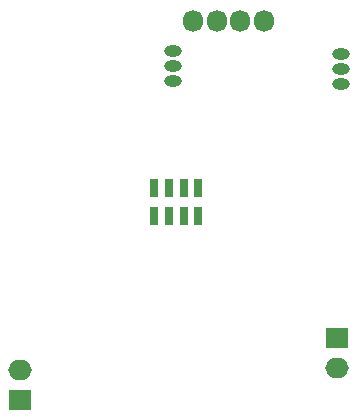
<source format=gbs>
%FSLAX44Y44*%
%MOMM*%
G71*
G01*
G75*
G04 Layer_Color=16711935*
%ADD10R,1.0000X0.9000*%
%ADD11R,0.6000X0.6000*%
%ADD12R,0.2800X0.9000*%
%ADD13R,0.9000X0.2800*%
%ADD14R,0.9000X0.8128*%
%ADD15R,0.9000X1.0000*%
%ADD16R,0.6000X0.6000*%
%ADD17O,0.2000X0.6500*%
%ADD18O,0.6500X0.2000*%
%ADD19R,4.7000X4.7000*%
%ADD20R,0.9000X0.8000*%
%ADD21R,2.2000X1.0500*%
%ADD22R,1.1000X1.0000*%
%ADD23R,1.0000X1.5000*%
%ADD24R,1.2500X1.0000*%
%ADD25R,0.6000X1.2000*%
%ADD26R,1.4000X1.1500*%
%ADD27R,0.8128X0.9000*%
%ADD28R,1.0000X0.5500*%
%ADD29R,1.0000X1.1000*%
%ADD30R,1.0500X2.2000*%
%ADD31R,1.2000X0.6000*%
%ADD32O,0.6000X2.0000*%
%ADD33R,1.5000X4.0000*%
%ADD34R,2.2000X1.5500*%
%ADD35R,1.5500X2.2000*%
%ADD36R,1.5240X1.7780*%
G04:AMPARAMS|DCode=37|XSize=1.524mm|YSize=1.778mm|CornerRadius=0mm|HoleSize=0mm|Usage=FLASHONLY|Rotation=0.000|XOffset=0mm|YOffset=0mm|HoleType=Round|Shape=Octagon|*
%AMOCTAGOND37*
4,1,8,-0.3810,0.8890,0.3810,0.8890,0.7620,0.5080,0.7620,-0.5080,0.3810,-0.8890,-0.3810,-0.8890,-0.7620,-0.5080,-0.7620,0.5080,-0.3810,0.8890,0.0*
%
%ADD37OCTAGOND37*%

%ADD38C,0.2540*%
%ADD39C,0.2032*%
%ADD40C,0.1524*%
%ADD41C,0.3810*%
%ADD42C,0.5080*%
%ADD43C,1.0160*%
%ADD44C,0.7620*%
%ADD45C,0.6350*%
%ADD46R,1.1684X1.1430*%
%ADD47O,1.5240X1.6510*%
%ADD48O,1.2700X0.7620*%
%ADD49R,1.7780X1.5240*%
%ADD50O,1.7780X1.5240*%
%ADD51C,0.5588*%
%ADD52R,0.6000X1.4000*%
%ADD53R,1.1470X1.1390*%
%ADD54C,0.1270*%
%ADD55C,0.2500*%
%ADD56C,0.1016*%
%ADD57C,0.2000*%
%ADD58C,0.3000*%
%ADD59C,0.3048*%
%ADD60R,4.0000X0.5000*%
%ADD61R,1.2032X1.1032*%
%ADD62R,0.8032X0.8032*%
%ADD63R,0.4832X1.1032*%
%ADD64R,1.1032X0.4832*%
%ADD65R,1.1032X1.0160*%
%ADD66R,1.1032X1.2032*%
%ADD67R,0.8032X0.8032*%
%ADD68O,0.4032X0.8532*%
%ADD69O,0.8532X0.4032*%
%ADD70R,4.9032X4.9032*%
%ADD71R,1.1032X1.0032*%
%ADD72R,2.4032X1.2532*%
%ADD73R,1.3032X1.2032*%
%ADD74R,1.2032X1.7032*%
%ADD75R,1.4532X1.2032*%
%ADD76R,0.8032X1.4032*%
%ADD77R,1.6032X1.3532*%
%ADD78R,1.0160X1.1032*%
%ADD79R,1.2032X0.7532*%
%ADD80R,1.2032X1.3032*%
%ADD81R,1.2532X2.4032*%
%ADD82R,1.4032X0.8032*%
%ADD83O,0.8032X2.2032*%
%ADD84R,1.7032X4.2032*%
%ADD85R,2.4032X1.7532*%
%ADD86R,1.7532X2.4032*%
%ADD87R,1.7272X1.9812*%
G04:AMPARAMS|DCode=88|XSize=1.7272mm|YSize=1.9812mm|CornerRadius=0mm|HoleSize=0mm|Usage=FLASHONLY|Rotation=0.000|XOffset=0mm|YOffset=0mm|HoleType=Round|Shape=Octagon|*
%AMOCTAGOND88*
4,1,8,-0.4318,0.9906,0.4318,0.9906,0.8636,0.5588,0.8636,-0.5588,0.4318,-0.9906,-0.4318,-0.9906,-0.8636,-0.5588,-0.8636,0.5588,-0.4318,0.9906,0.0*
%
%ADD88OCTAGOND88*%

%ADD89O,1.7272X1.8542*%
%ADD90O,1.4732X0.9652*%
%ADD91R,1.9812X1.7272*%
%ADD92O,1.9812X1.7272*%
%ADD93R,0.8032X1.6032*%
D89*
X74168Y152908D02*
D03*
X54168D02*
D03*
X34168D02*
D03*
X14168D02*
D03*
D90*
X-2540Y102254D02*
D03*
Y114754D02*
D03*
Y127254D02*
D03*
X139700Y125076D02*
D03*
Y112576D02*
D03*
Y100076D02*
D03*
D91*
X135890Y-115570D02*
D03*
X-132080Y-167640D02*
D03*
D92*
X135890Y-140970D02*
D03*
X-132080Y-142240D02*
D03*
D93*
X18750Y-11762D02*
D03*
X6250D02*
D03*
X-6250D02*
D03*
X-18750D02*
D03*
X18750Y11762D02*
D03*
X-18750D02*
D03*
X-6250D02*
D03*
X6250D02*
D03*
M02*

</source>
